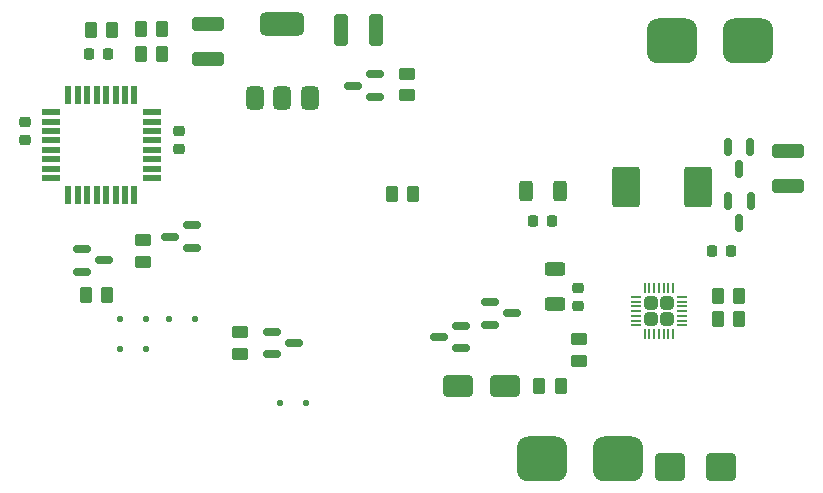
<source format=gbr>
%TF.GenerationSoftware,KiCad,Pcbnew,8.0.2-8.0.2-0~ubuntu22.04.1*%
%TF.CreationDate,2024-05-10T23:44:38+03:00*%
%TF.ProjectId,handle-module,68616e64-6c65-42d6-9d6f-64756c652e6b,rev?*%
%TF.SameCoordinates,Original*%
%TF.FileFunction,Paste,Top*%
%TF.FilePolarity,Positive*%
%FSLAX46Y46*%
G04 Gerber Fmt 4.6, Leading zero omitted, Abs format (unit mm)*
G04 Created by KiCad (PCBNEW 8.0.2-8.0.2-0~ubuntu22.04.1) date 2024-05-10 23:44:38*
%MOMM*%
%LPD*%
G01*
G04 APERTURE LIST*
G04 Aperture macros list*
%AMRoundRect*
0 Rectangle with rounded corners*
0 $1 Rounding radius*
0 $2 $3 $4 $5 $6 $7 $8 $9 X,Y pos of 4 corners*
0 Add a 4 corners polygon primitive as box body*
4,1,4,$2,$3,$4,$5,$6,$7,$8,$9,$2,$3,0*
0 Add four circle primitives for the rounded corners*
1,1,$1+$1,$2,$3*
1,1,$1+$1,$4,$5*
1,1,$1+$1,$6,$7*
1,1,$1+$1,$8,$9*
0 Add four rect primitives between the rounded corners*
20,1,$1+$1,$2,$3,$4,$5,0*
20,1,$1+$1,$4,$5,$6,$7,0*
20,1,$1+$1,$6,$7,$8,$9,0*
20,1,$1+$1,$8,$9,$2,$3,0*%
G04 Aperture macros list end*
%ADD10RoundRect,0.952500X1.167500X0.952500X-1.167500X0.952500X-1.167500X-0.952500X1.167500X-0.952500X0*%
%ADD11R,1.600000X0.550000*%
%ADD12R,0.550000X1.600000*%
%ADD13RoundRect,0.225000X0.225000X0.250000X-0.225000X0.250000X-0.225000X-0.250000X0.225000X-0.250000X0*%
%ADD14RoundRect,0.150000X0.587500X0.150000X-0.587500X0.150000X-0.587500X-0.150000X0.587500X-0.150000X0*%
%ADD15RoundRect,0.250000X-1.000000X-0.900000X1.000000X-0.900000X1.000000X0.900000X-1.000000X0.900000X0*%
%ADD16RoundRect,0.250000X-0.450000X0.262500X-0.450000X-0.262500X0.450000X-0.262500X0.450000X0.262500X0*%
%ADD17RoundRect,0.225000X-0.225000X-0.250000X0.225000X-0.250000X0.225000X0.250000X-0.225000X0.250000X0*%
%ADD18RoundRect,0.250000X-0.315000X-0.315000X0.315000X-0.315000X0.315000X0.315000X-0.315000X0.315000X0*%
%ADD19RoundRect,0.050000X-0.387500X-0.050000X0.387500X-0.050000X0.387500X0.050000X-0.387500X0.050000X0*%
%ADD20RoundRect,0.050000X-0.050000X-0.387500X0.050000X-0.387500X0.050000X0.387500X-0.050000X0.387500X0*%
%ADD21RoundRect,0.250000X0.625000X-0.312500X0.625000X0.312500X-0.625000X0.312500X-0.625000X-0.312500X0*%
%ADD22RoundRect,0.125000X-0.125000X-0.125000X0.125000X-0.125000X0.125000X0.125000X-0.125000X0.125000X0*%
%ADD23RoundRect,0.250000X1.100000X-0.325000X1.100000X0.325000X-1.100000X0.325000X-1.100000X-0.325000X0*%
%ADD24RoundRect,0.250000X0.262500X0.450000X-0.262500X0.450000X-0.262500X-0.450000X0.262500X-0.450000X0*%
%ADD25RoundRect,0.150000X-0.587500X-0.150000X0.587500X-0.150000X0.587500X0.150000X-0.587500X0.150000X0*%
%ADD26RoundRect,0.150000X-0.150000X0.587500X-0.150000X-0.587500X0.150000X-0.587500X0.150000X0.587500X0*%
%ADD27RoundRect,0.250000X-1.100000X0.325000X-1.100000X-0.325000X1.100000X-0.325000X1.100000X0.325000X0*%
%ADD28RoundRect,0.225000X0.250000X-0.225000X0.250000X0.225000X-0.250000X0.225000X-0.250000X-0.225000X0*%
%ADD29RoundRect,0.235000X0.940000X1.465000X-0.940000X1.465000X-0.940000X-1.465000X0.940000X-1.465000X0*%
%ADD30RoundRect,0.250000X1.000000X0.650000X-1.000000X0.650000X-1.000000X-0.650000X1.000000X-0.650000X0*%
%ADD31RoundRect,0.375000X0.375000X-0.625000X0.375000X0.625000X-0.375000X0.625000X-0.375000X-0.625000X0*%
%ADD32RoundRect,0.500000X1.400000X-0.500000X1.400000X0.500000X-1.400000X0.500000X-1.400000X-0.500000X0*%
%ADD33RoundRect,0.250000X-0.325000X-1.100000X0.325000X-1.100000X0.325000X1.100000X-0.325000X1.100000X0*%
%ADD34RoundRect,0.125000X0.125000X0.125000X-0.125000X0.125000X-0.125000X-0.125000X0.125000X-0.125000X0*%
%ADD35RoundRect,0.250000X0.312500X0.625000X-0.312500X0.625000X-0.312500X-0.625000X0.312500X-0.625000X0*%
%ADD36RoundRect,0.250000X-0.262500X-0.450000X0.262500X-0.450000X0.262500X0.450000X-0.262500X0.450000X0*%
G04 APERTURE END LIST*
D10*
%TO.C,F2*%
X116200000Y-116800000D03*
X109790000Y-116800000D03*
%TD*%
D11*
%TO.C,U3*%
X68240487Y-87450000D03*
X68240487Y-88250000D03*
X68240487Y-89050000D03*
X68240487Y-89850000D03*
X68240487Y-90650000D03*
X68240487Y-91450000D03*
X68240487Y-92250000D03*
X68240487Y-93050000D03*
D12*
X69690487Y-94500000D03*
X70490487Y-94500000D03*
X71290487Y-94500000D03*
X72090487Y-94500000D03*
X72890487Y-94500000D03*
X73690487Y-94500000D03*
X74490487Y-94500000D03*
X75290487Y-94500000D03*
D11*
X76740487Y-93050000D03*
X76740487Y-92250000D03*
X76740487Y-91450000D03*
X76740487Y-90650000D03*
X76740487Y-89850000D03*
X76740487Y-89050000D03*
X76740487Y-88250000D03*
X76740487Y-87450000D03*
D12*
X75290487Y-86000000D03*
X74490487Y-86000000D03*
X73690487Y-86000000D03*
X72890487Y-86000000D03*
X72090487Y-86000000D03*
X71290487Y-86000000D03*
X70490487Y-86000000D03*
X69690487Y-86000000D03*
%TD*%
D13*
%TO.C,C30*%
X110610487Y-96655000D03*
X109060487Y-96655000D03*
%TD*%
D14*
%TO.C,Q3*%
X80177987Y-98950000D03*
X80177987Y-97050000D03*
X78302987Y-98000000D03*
%TD*%
D15*
%TO.C,D9*%
X120650000Y-117500000D03*
X124950000Y-117500000D03*
%TD*%
D16*
%TO.C,R9*%
X98400000Y-84187500D03*
X98400000Y-86012500D03*
%TD*%
D17*
%TO.C,C22*%
X124215487Y-99200000D03*
X125765487Y-99200000D03*
%TD*%
D18*
%TO.C,U5*%
X119040487Y-103650000D03*
X119040487Y-104950000D03*
X120340487Y-103650000D03*
X120340487Y-104950000D03*
D19*
X117752987Y-103100000D03*
X117752987Y-103500000D03*
X117752987Y-103900000D03*
X117752987Y-104300000D03*
X117752987Y-104700000D03*
X117752987Y-105100000D03*
X117752987Y-105500000D03*
D20*
X118490487Y-106237500D03*
X118890487Y-106237500D03*
X119290487Y-106237500D03*
X119690487Y-106237500D03*
X120090487Y-106237500D03*
X120490487Y-106237500D03*
X120890487Y-106237500D03*
D19*
X121627987Y-105500000D03*
X121627987Y-105100000D03*
X121627987Y-104700000D03*
X121627987Y-104300000D03*
X121627987Y-103900000D03*
X121627987Y-103500000D03*
X121627987Y-103100000D03*
D20*
X120890487Y-102362500D03*
X120490487Y-102362500D03*
X120090487Y-102362500D03*
X119690487Y-102362500D03*
X119290487Y-102362500D03*
X118890487Y-102362500D03*
X118490487Y-102362500D03*
%TD*%
D21*
%TO.C,R17*%
X110902987Y-103662500D03*
X110902987Y-100737500D03*
%TD*%
D17*
%TO.C,C17*%
X71465487Y-82500000D03*
X73015487Y-82500000D03*
%TD*%
D22*
%TO.C,D5*%
X87600000Y-112100000D03*
X89800000Y-112100000D03*
%TD*%
D23*
%TO.C,C28*%
X130590487Y-93675000D03*
X130590487Y-90725000D03*
%TD*%
D24*
%TO.C,R18*%
X77652987Y-82500000D03*
X75827987Y-82500000D03*
%TD*%
D25*
%TO.C,Q4*%
X70827987Y-99050000D03*
X70827987Y-100950000D03*
X72702987Y-100000000D03*
%TD*%
D24*
%TO.C,R21*%
X126502987Y-105000000D03*
X124677987Y-105000000D03*
%TD*%
D16*
%TO.C,R24*%
X112890487Y-106687500D03*
X112890487Y-108512500D03*
%TD*%
D26*
%TO.C,Q10*%
X127415487Y-90375000D03*
X125515487Y-90375000D03*
X126465487Y-92250000D03*
%TD*%
%TO.C,Q9*%
X127465487Y-95000000D03*
X125565487Y-95000000D03*
X126515487Y-96875000D03*
%TD*%
D27*
%TO.C,C15*%
X81490487Y-80025000D03*
X81490487Y-82975000D03*
%TD*%
D28*
%TO.C,C11*%
X79040487Y-90575000D03*
X79040487Y-89025000D03*
%TD*%
D16*
%TO.C,R6*%
X75990487Y-98287500D03*
X75990487Y-100112500D03*
%TD*%
D28*
%TO.C,C21*%
X112802987Y-103875000D03*
X112802987Y-102325000D03*
%TD*%
D29*
%TO.C,L1*%
X122990487Y-93750000D03*
X116940487Y-93750000D03*
%TD*%
D24*
%TO.C,R5*%
X98912500Y-94400000D03*
X97087500Y-94400000D03*
%TD*%
D30*
%TO.C,D6*%
X106702987Y-110600000D03*
X102702987Y-110600000D03*
%TD*%
D31*
%TO.C,U4*%
X85515487Y-86250000D03*
X87815487Y-86250000D03*
D32*
X87815487Y-79950000D03*
D31*
X90115487Y-86250000D03*
%TD*%
D24*
%TO.C,R19*%
X77652987Y-80412500D03*
X75827987Y-80412500D03*
%TD*%
D33*
%TO.C,C13*%
X92765487Y-80500000D03*
X95715487Y-80500000D03*
%TD*%
D24*
%TO.C,R22*%
X111365487Y-110600000D03*
X109540487Y-110600000D03*
%TD*%
D16*
%TO.C,R10*%
X84237500Y-106087500D03*
X84237500Y-107912500D03*
%TD*%
D34*
%TO.C,D3*%
X76300000Y-105000000D03*
X74100000Y-105000000D03*
%TD*%
D10*
%TO.C,F1*%
X127225000Y-81400000D03*
X120815000Y-81400000D03*
%TD*%
D35*
%TO.C,R26*%
X111322987Y-94155000D03*
X108397987Y-94155000D03*
%TD*%
D34*
%TO.C,D4*%
X76300000Y-107500000D03*
X74100000Y-107500000D03*
%TD*%
D14*
%TO.C,Q7*%
X102940487Y-107450000D03*
X102940487Y-105550000D03*
X101065487Y-106500000D03*
%TD*%
D22*
%TO.C,D2*%
X78200000Y-105000000D03*
X80400000Y-105000000D03*
%TD*%
D25*
%TO.C,Q8*%
X105365487Y-103550000D03*
X105365487Y-105450000D03*
X107240487Y-104500000D03*
%TD*%
D14*
%TO.C,Q6*%
X95637500Y-86150000D03*
X95637500Y-84250000D03*
X93762500Y-85200000D03*
%TD*%
D28*
%TO.C,C10*%
X66040487Y-89825000D03*
X66040487Y-88275000D03*
%TD*%
D24*
%TO.C,R7*%
X73002987Y-102900000D03*
X71177987Y-102900000D03*
%TD*%
D36*
%TO.C,R16*%
X71577987Y-80500000D03*
X73402987Y-80500000D03*
%TD*%
D24*
%TO.C,R20*%
X126502987Y-103000000D03*
X124677987Y-103000000D03*
%TD*%
D25*
%TO.C,Q5*%
X86962500Y-106050000D03*
X86962500Y-107950000D03*
X88837500Y-107000000D03*
%TD*%
M02*

</source>
